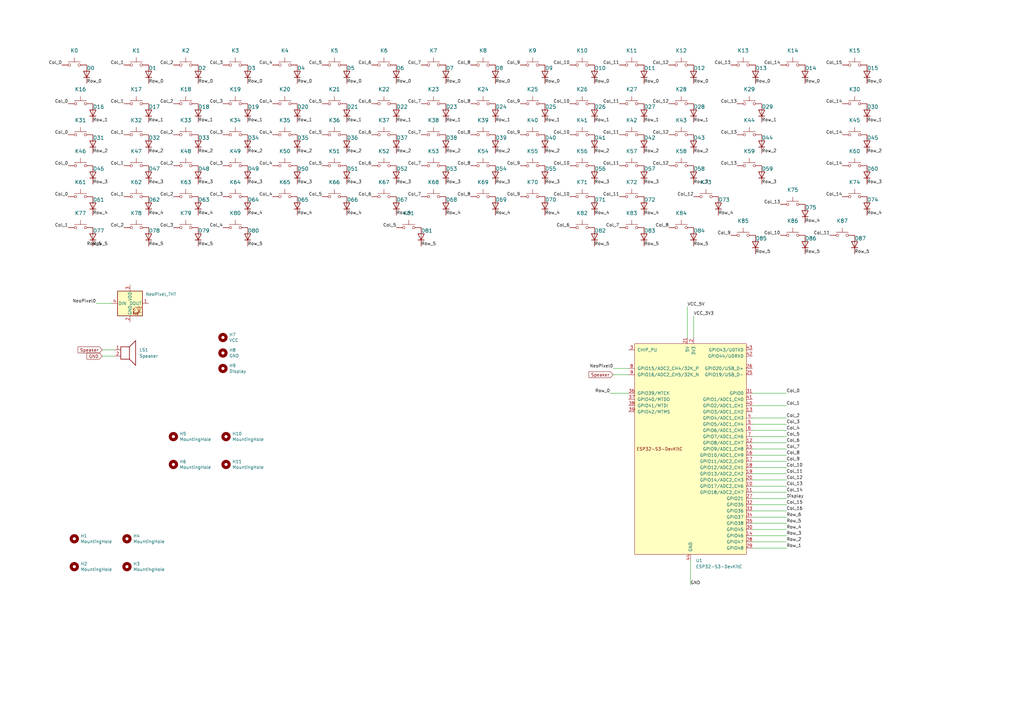
<source format=kicad_sch>
(kicad_sch (version 20231120) (generator "eeschema") (generator_version "8.0")
  (paper "A3")
  (title_block (date "2024-09-30 20:59") (comment 1 "Author: ") (comment 2 "Generated by klepcbgen.py v0.1"))
  (wire (pts (xy 308.61 204.47) (xy 322.58 204.47)))
  (wire (pts (xy 322.58 209.55) (xy 308.61 209.55)))
  (wire (pts (xy 308.61 224.79) (xy 322.58 224.79)))
  (wire (pts (xy 41.91 146.05) (xy 46.99 146.05)))
  (wire (pts (xy 39.37 124.46) (xy 45.72 124.46)))
  (wire (pts (xy 281.94 125.73) (xy 281.94 138.43)))
  (wire (pts (xy 41.91 143.51) (xy 46.99 143.51)))
  (wire (pts (xy 308.61 199.39) (xy 322.58 199.39)))
  (wire (pts (xy 308.61 207.01) (xy 322.58 207.01)))
  (wire (pts (xy 308.61 212.09) (xy 322.58 212.09)))
  (wire (pts (xy 308.61 214.63) (xy 322.58 214.63)))
  (wire (pts (xy 308.61 184.15) (xy 322.58 184.15)))
  (wire (pts (xy 251.46 153.67) (xy 257.81 153.67)))
  (wire (pts (xy 308.61 191.77) (xy 322.58 191.77)))
  (wire (pts (xy 284.48 129.54) (xy 284.48 138.43)))
  (wire (pts (xy 308.61 179.07) (xy 322.58 179.07)))
  (wire (pts (xy 251.46 151.13) (xy 257.81 151.13)))
  (wire (pts (xy 283.21 229.87) (xy 283.21 240.03)))
  (wire (pts (xy 308.61 166.37) (xy 322.58 166.37)))
  (wire (pts (xy 308.61 196.85) (xy 322.58 196.85)))
  (wire (pts (xy 308.61 201.93) (xy 322.58 201.93)))
  (wire (pts (xy 308.61 219.71) (xy 322.58 219.71)))
  (wire (pts (xy 308.61 194.31) (xy 322.58 194.31)))
  (wire (pts (xy 308.61 171.45) (xy 322.58 171.45)))
  (wire (pts (xy 308.61 176.53) (xy 322.58 176.53)))
  (wire (pts (xy 250.19 161.29) (xy 257.81 161.29)))
  (wire (pts (xy 308.61 189.23) (xy 322.58 189.23)))
  (wire (pts (xy 308.61 173.99) (xy 322.58 173.99)))
  (wire (pts (xy 308.61 161.29) (xy 322.58 161.29)))
  (wire (pts (xy 308.61 181.61) (xy 322.58 181.61)))
  (wire (pts (xy 308.61 186.69) (xy 322.58 186.69)))
  (wire (pts (xy 308.61 217.17) (xy 322.58 217.17)))
  (wire (pts (xy 308.61 222.25) (xy 322.58 222.25)))
  (label "Row_2" (at 162.56 62.865 0))
  (label "Row_1" (at 223.52 50.165 0))
  (label "Col_4" (at 322.58 176.53 0))
  (label "VCC_3V3" (at 284.48 129.54 0))
  (label "Col_15" (at 322.58 207.01 0))
  (label "Col_14" (at 320.04 26.67 180))
  (label "Row_5" (at 330.2 104.14 0))
  (label "Row_1" (at 312.42 50.165 0))
  (label "Col_4" (at 91.44 93.345 180))
  (label "Col_11" (at 322.58 194.31 0))
  (label "Row_3" (at 60.96 75.565 0))
  (label "Row_0" (at 81.28 34.29 0))
  (label "Col_11" (at 340.36 96.52 180))
  (label "Col_10" (at 320.04 96.52 180))
  (label "Col_7" (at 172.72 80.645 180))
  (label "Col_10" (at 233.68 55.245 180))
  (label "Row_5" (at 60.96 100.965 0))
  (label "Col_1" (at 50.8 42.545 180))
  (label "Col_1" (at 50.8 26.67 180))
  (label "Col_12" (at 274.32 42.545 180))
  (label "Col_4" (at 111.76 80.645 180))
  (label "Col_11" (at 254 42.545 180))
  (label "Col_2" (at 71.12 26.67 180))
  (label "Col_10" (at 233.68 42.545 180))
  (label "Col_6" (at 152.4 55.245 180))
  (label "Row_5" (at 243.84 100.965 0))
  (label "Col_8" (at 322.58 186.69 0))
  (label "Col_9" (at 213.36 55.245 180))
  (label "Row_4" (at 330.2 91.44 0))
  (label "Col_7" (at 322.58 184.15 0))
  (label "Col_5" (at 132.08 26.67 180))
  (label "Col_6" (at 152.4 42.545 180))
  (label "Row_2" (at 243.84 62.865 0))
  (label "Row_5" (at 101.6 100.965 0))
  (label "Row_3" (at 312.42 75.565 0))
  (label "Row_5" (at 38.1 100.965 0))
  (label "Row_0" (at 142.24 34.29 0))
  (label "Col_0" (at 27.94 67.945 180))
  (label "Row_0" (at 203.2 34.29 0))
  (label "Col_9" (at 213.36 42.545 180))
  (label "Col_4" (at 111.76 67.945 180))
  (label "Row_3" (at 243.84 75.565 0))
  (label "Row_4" (at 101.6 88.265 0))
  (label "Col_12" (at 274.32 67.945 180))
  (label "Row_3" (at 203.2 75.565 0))
  (label "Row_3" (at 38.1 75.565 0))
  (label "Col_6" (at 152.4 26.67 180))
  (label "Row_3" (at 101.6 75.565 0))
  (label "Col_10" (at 322.58 191.77 0))
  (label "Row_1" (at 101.6 50.165 0))
  (label "Col_1" (at 50.8 80.645 180))
  (label "Col_2" (at 71.12 80.645 180))
  (label "Row_2" (at 355.6 62.865 0))
  (label "Row_3" (at 223.52 75.565 0))
  (label "Row_0" (at 309.88 34.29 0))
  (label "Col_7" (at 254 93.345 180))
  (label "Col_6" (at 233.68 93.345 180))
  (label "Row_1" (at 322.58 224.79 0))
  (label "Row_3" (at 81.28 75.565 0))
  (label "Row_0" (at 223.52 34.29 0))
  (label "Col_4" (at 111.76 26.67 180))
  (label "Row_2" (at 312.42 62.865 0))
  (label "Col_16" (at 322.58 209.55 0))
  (label "Row_3" (at 182.88 75.565 0))
  (label "Col_0" (at 27.94 55.245 180))
  (label "Col_14" (at 322.58 201.93 0))
  (label "Row_2" (at 284.48 62.865 0))
  (label "Col_4" (at 111.76 42.545 180))
  (label "Col_10" (at 233.68 80.645 180))
  (label "Row_5" (at 35.56 100.965 0))
  (label "Col_11" (at 254 67.945 180))
  (label "Row_4" (at 60.96 88.265 0))
  (label "Col_12" (at 274.32 55.245 180))
  (label "GND" (at 283.21 240.03 0))
  (label "Row_0" (at 250.19 161.29 180))
  (label "Row_2" (at 60.96 62.865 0))
  (label "Row_1" (at 243.84 50.165 0))
  (label "Col_3" (at 71.12 93.345 180))
  (label "Col_8" (at 193.04 80.645 180))
  (label "Row_4" (at 223.52 88.265 0))
  (label "Row_0" (at 355.6 34.29 0))
  (label "Col_7" (at 172.72 55.245 180))
  (label "Col_6" (at 322.58 181.61 0))
  (label "Col_8" (at 193.04 42.545 180))
  (label "Row_3" (at 121.92 75.565 0))
  (label "Col_8" (at 193.04 26.67 180))
  (label "Row_3" (at 355.6 75.565 0))
  (label "Row_4" (at 355.6 88.265 0))
  (label "Row_1" (at 142.24 50.165 0))
  (label "Row_4" (at 121.92 88.265 0))
  (label "Row_1" (at 182.88 50.165 0))
  (label "Row_4" (at 81.28 88.265 0))
  (label "Col_13" (at 322.58 199.39 0))
  (label "Col_8" (at 193.04 67.945 180))
  (label "Col_13" (at 302.26 55.245 180))
  (label "Col_3" (at 91.44 80.645 180))
  (label "Row_1" (at 121.92 50.165 0))
  (label "Col_14" (at 345.44 80.645 180))
  (label "Row_2" (at 142.24 62.865 0))
  (label "Col_2" (at 322.58 171.45 0))
  (label "Col_5" (at 162.56 93.345 180))
  (label "Col_14" (at 345.44 55.245 180))
  (label "Col_0" (at 27.94 42.545 180))
  (label "Col_1" (at 50.8 67.945 180))
  (label "Row_5" (at 322.58 214.63 0))
  (label "Row_4" (at 182.88 88.265 0))
  (label "Row_5" (at 81.28 100.965 0))
  (label "Row_1" (at 355.6 50.165 0))
  (label "Col_9" (at 299.72 96.52 180))
  (label "NeoPixel0" (at 39.37 124.46 180))
  (label "Col_3" (at 322.58 173.99 0))
  (label "Row_0" (at 60.96 34.29 0))
  (label "Col_5" (at 132.08 42.545 180))
  (label "Col_4" (at 111.76 55.245 180))
  (label "Row_0" (at 162.56 34.29 0))
  (label "Row_1" (at 203.2 50.165 0))
  (label "Col_3" (at 91.44 42.545 180))
  (label "Col_10" (at 233.68 67.945 180))
  (label "Row_4" (at 243.84 88.265 0))
  (label "Row_0" (at 330.2 34.29 0))
  (label "Col_9" (at 213.36 67.945 180))
  (label "Col_13" (at 302.26 67.945 180))
  (label "Col_6" (at 152.4 80.645 180))
  (label "Col_8" (at 274.32 93.345 180))
  (label "Col_13" (at 299.72 26.67 180))
  (label "Row_0" (at 35.56 34.29 0))
  (label "Col_5" (at 132.08 55.245 180))
  (label "Col_14" (at 345.44 67.945 180))
  (label "Row_2" (at 38.1 62.865 0))
  (label "Col_2" (at 71.12 55.245 180))
  (label "Row_6" (at 322.58 212.09 0))
  (label "Col_2" (at 50.8 93.345 180))
  (label "Col_11" (at 254 26.67 180))
  (label "Col_0" (at 25.4 26.67 180))
  (label "Col_0" (at 322.58 161.29 0))
  (label "Row_1" (at 60.96 50.165 0))
  (label "Col_11" (at 254 55.245 180))
  (label "Col_2" (at 71.12 42.545 180))
  (label "Row_2" (at 264.16 62.865 0))
  (label "Row_4" (at 294.64 88.265 0))
  (label "Row_3" (at 162.56 75.565 0))
  (label "Row_1" (at 264.16 50.165 0))
  (label "Col_3" (at 91.44 67.945 180))
  (label "Col_13" (at 302.26 42.545 180))
  (label "Row_2" (at 223.52 62.865 0))
  (label "Col_0" (at 27.94 80.645 180))
  (label "Row_4" (at 264.16 88.265 0))
  (label "Col_5" (at 132.08 80.645 180))
  (label "VCC_5V" (at 281.94 125.73 0))
  (label "Row_0" (at 101.6 34.29 0))
  (label "Row_1" (at 38.1 50.165 0))
  (label "Row_0" (at 264.16 34.29 0))
  (label "Row_2" (at 101.6 62.865 0))
  (label "Row_1" (at 162.56 50.165 0))
  (label "Row_4" (at 38.1 88.265 0))
  (label "Row_5" (at 172.72 100.965 0))
  (label "Row_3" (at 142.24 75.565 0))
  (label "Col_3" (at 91.44 55.245 180))
  (label "Col_9" (at 213.36 26.67 180))
  (label "Col_12" (at 284.48 80.645 180))
  (label "Row_1" (at 81.28 50.165 0))
  (label "Row_0" (at 284.48 34.29 0))
  (label "Row_3" (at 322.58 219.71 0))
  (label "Col_1" (at 322.58 166.37 0))
  (label "Col_10" (at 233.68 26.67 180))
  (label "Row_4" (at 203.2 88.265 0))
  (label "Col_8" (at 193.04 55.245 180))
  (label "Col_1" (at 50.8 55.245 180))
  (label "Row_4" (at 322.58 217.17 0))
  (label "Row_3" (at 264.16 75.565 0))
  (label "Col_1" (at 27.94 93.345 180))
  (label "Col_12" (at 322.58 196.85 0))
  (label "Col_15" (at 345.44 26.67 180))
  (label "Row_2" (at 81.28 62.865 0))
  (label "Row_5" (at 284.48 100.965 0))
  (label "Col_14" (at 345.44 42.545 180))
  (label "Row_2" (at 121.92 62.865 0))
  (label "Col_2" (at 71.12 67.945 180))
  (label "Row_1" (at 284.48 50.165 0))
  (label "Col_7" (at 172.72 42.545 180))
  (label "Col_9" (at 213.36 80.645 180))
  (label "Col_9" (at 322.58 189.23 0))
  (label "Col_7" (at 172.72 26.67 180))
  (label "NeoPixel0" (at 251.46 151.13 180))
  (label "Row_2" (at 203.2 62.865 0))
  (label "Row_0" (at 121.92 34.29 0))
  (label "Row_5" (at 309.88 104.14 0))
  (label "Row_3" (at 284.48 75.565 0))
  (label "Col_13" (at 320.04 83.82 180))
  (label "Row_2" (at 182.88 62.865 0))
  (label "Row_5" (at 350.52 104.14 0))
  (label "Col_5" (at 132.08 67.945 180))
  (label "Col_6" (at 152.4 67.945 180))
  (label "Col_12" (at 274.32 26.67 180))
  (label "Display" (at 322.58 204.47 0))
  (label "Col_7" (at 172.72 67.945 180))
  (label "Row_4" (at 162.56 88.265 0))
  (label "Col_3" (at 91.44 26.67 180))
  (label "Row_0" (at 243.84 34.29 0))
  (label "Row_2" (at 322.58 222.25 0))
  (label "Row_4" (at 142.24 88.265 0))
  (label "Row_0" (at 182.88 34.29 0))
  (label "Col_11" (at 254 80.645 180))
  (label "Col_5" (at 322.58 179.07 0))
  (label "Row_5" (at 264.16 100.965 0))
  (global_label "Speaker" (shape input) (at 251.46 153.67 180) (property "Intersheetrefs" "${INTERSHEET_REFS}" (effects (hide yes))))
  (global_label "GND" (shape input) (at 41.91 146.05 180) (property "Intersheetrefs" "${INTERSHEET_REFS}" (effects (hide yes))))
  (global_label "Speaker" (shape input) (at 41.91 143.51 180) (property "Intersheetrefs" "${INTERSHEET_REFS}" (effects (hide yes))))
  (symbol (lib_id "Mechanical:MountingHole") (at 30.48 232.41 0) (unit 1)
    (property "Reference" "H2" (at 33.02 231.2416 0) (effects (justify left)))
    (property "Value" "MountingHole" (at 33.02 233.553 0) (effects (justify left)))
    (property "Footprint" "MountingHole:MountingHole_3.2mm_M3_DIN965" (effects (hide yes)))
  )
  (symbol (lib_id "Mechanical:MountingHole") (at 30.48 220.98 0) (unit 1)
    (property "Reference" "H1" (at 33.02 219.8116 0) (effects (justify left)))
    (property "Value" "MountingHole" (at 33.02 222.123 0) (effects (justify left)))
    (property "Footprint" "MountingHole:MountingHole_3.2mm_M3_DIN965" (effects (hide yes)))
  )
  (symbol (lib_id "Mechanical:MountingHole") (at 52.07 220.98 0) (unit 1)
    (property "Reference" "H4" (at 54.61 219.8116 0) (effects (justify left)))
    (property "Value" "MountingHole" (at 54.61 222.123 0) (effects (justify left)))
    (property "Footprint" "MountingHole:MountingHole_3.2mm_M3_DIN965" (effects (hide yes)))
  )
  (symbol (lib_id "Mechanical:MountingHole") (at 52.07 232.41 0) (unit 1)
    (property "Reference" "H3" (at 54.61 231.2416 0) (effects (justify left)))
    (property "Value" "MountingHole" (at 54.61 233.553 0) (effects (justify left)))
    (property "Footprint" "MountingHole:MountingHole_3.2mm_M3_DIN965" (effects (hide yes)))
  )
  (symbol (lib_id "Device:D") (at 121.92 71.755 90) (unit 1)
    (property "Reference" "D50" (at 121.92 69.215 90) (effects (font (size 1.524 1.524)) (justify right)))
    (property "Value" "D" (effects (hide yes)))
    (property "Footprint" "Diode_SMD:D_0805_2012Metric_Pad1.15x1.40mm_HandSolder" (effects (hide yes)))
  )
  (symbol (lib_id "Device:D") (at 182.88 46.355 90) (unit 1)
    (property "Reference" "D23" (at 182.88 43.815 90) (effects (font (size 1.524 1.524)) (justify right)))
    (property "Value" "D" (effects (hide yes)))
    (property "Footprint" "Diode_SMD:D_0805_2012Metric_Pad1.15x1.40mm_HandSolder" (effects (hide yes)))
  )
  (symbol (lib_id "Mechanical:MountingHole") (at 92.71 190.5 0) (unit 1)
    (property "Reference" "H11" (at 95.25 189.3316 0) (effects (justify left)))
    (property "Value" "MountingHole" (at 95.25 191.643 0) (effects (justify left)))
    (property "Footprint" "MountingHole:MountingHole_3.2mm_M3_DIN965" (effects (hide yes)))
  )
  (symbol (lib_id "Device:D") (at 101.6 84.455 90) (unit 1)
    (property "Reference" "D64" (at 101.6 81.915 90) (effects (font (size 1.524 1.524)) (justify right)))
    (property "Value" "D" (effects (hide yes)))
    (property "Footprint" "Diode_SMD:D_0805_2012Metric_Pad1.15x1.40mm_HandSolder" (effects (hide yes)))
  )
  (symbol (lib_id "Switch:SW_Push") (at 325.12 26.67 0) (unit 1)
    (property "Reference" "K14" (at 325.12 20.7518 0) (effects (font (size 1.524 1.524))))
    (property "Value" "INS" (effects (hide yes)))
    (property "Footprint" "Button_Switch_Keyboard:SW_Cherry_MX_1.00u_PCB" (effects (hide yes)))
  )
  (symbol (lib_id "Switch:SW_Push") (at 33.02 67.945 0) (unit 1)
    (property "Reference" "K46" (at 33.02 62.0268 0) (effects (font (size 1.524 1.524))))
    (property "Value" "CAPS" (effects (hide yes)))
    (property "Footprint" "Button_Switch_Keyboard:SW_Cherry_MX_1.25u_PCB" (effects (hide yes)))
  )
  (symbol (lib_id "Mechanical:MountingHole") (at 91.44 144.78 0) (unit 1)
    (property "Reference" "H8" (at 93.98 143.6116 0) (effects (justify left)))
    (property "Value" "GND" (at 93.98 145.923 0) (effects (justify left)))
    (property "Footprint" "MountingHole:MountingHole_3.2mm_M3_DIN965" (effects (hide yes)))
  )
  (symbol (lib_id "Device:D") (at 355.6 46.355 90) (unit 1)
    (property "Reference" "D30" (at 355.6 43.815 90) (effects (font (size 1.524 1.524)) (justify right)))
    (property "Value" "D" (effects (hide yes)))
    (property "Footprint" "Diode_SMD:D_0805_2012Metric_Pad1.15x1.40mm_HandSolder" (effects (hide yes)))
  )
  (symbol (lib_id "Device:D") (at 81.28 30.48 90) (unit 1)
    (property "Reference" "D2" (at 81.28 27.94 90) (effects (font (size 1.524 1.524)) (justify right)))
    (property "Value" "D" (effects (hide yes)))
    (property "Footprint" "Diode_SMD:D_0805_2012Metric_Pad1.15x1.40mm_HandSolder" (effects (hide yes)))
  )
  (symbol (lib_id "Device:D") (at 243.84 97.155 90) (unit 1)
    (property "Reference" "D82" (at 243.84 94.615 90) (effects (font (size 1.524 1.524)) (justify right)))
    (property "Value" "D" (effects (hide yes)))
    (property "Footprint" "Diode_SMD:D_0805_2012Metric_Pad1.15x1.40mm_HandSolder" (effects (hide yes)))
  )
  (symbol (lib_id "Device:D") (at 243.84 84.455 90) (unit 1)
    (property "Reference" "D71" (at 243.84 81.915 90) (effects (font (size 1.524 1.524)) (justify right)))
    (property "Value" "D" (effects (hide yes)))
    (property "Footprint" "Diode_SMD:D_0805_2012Metric_Pad1.15x1.40mm_HandSolder" (effects (hide yes)))
  )
  (symbol (lib_id "Switch:SW_Push") (at 33.02 42.545 0) (unit 1)
    (property "Reference" "K16" (at 33.02 36.6268 0) (effects (font (size 1.524 1.524))))
    (property "Value" "|,\\" (effects (hide yes)))
    (property "Footprint" "Button_Switch_Keyboard:SW_Cherry_MX_1.25u_PCB" (effects (hide yes)))
  )
  (symbol (lib_id "Device:D") (at 162.56 46.355 90) (unit 1)
    (property "Reference" "D22" (at 162.56 43.815 90) (effects (font (size 1.524 1.524)) (justify right)))
    (property "Value" "D" (effects (hide yes)))
    (property "Footprint" "Diode_SMD:D_0805_2012Metric_Pad1.15x1.40mm_HandSolder" (effects (hide yes)))
  )
  (symbol (lib_id "Switch:SW_Push") (at 76.2 67.945 0) (unit 1)
    (property "Reference" "K48" (at 76.2 62.0268 0) (effects (font (size 1.524 1.524))))
    (property "Value" "S" (effects (hide yes)))
    (property "Footprint" "Button_Switch_Keyboard:SW_Cherry_MX_1.00u_PCB" (effects (hide yes)))
  )
  (symbol (lib_id "Device:D") (at 264.16 71.755 90) (unit 1)
    (property "Reference" "D57" (at 264.16 69.215 90) (effects (font (size 1.524 1.524)) (justify right)))
    (property "Value" "D" (effects (hide yes)))
    (property "Footprint" "Diode_SMD:D_0805_2012Metric_Pad1.15x1.40mm_HandSolder" (effects (hide yes)))
  )
  (symbol (lib_id "Switch:SW_Push") (at 350.52 55.245 0) (unit 1)
    (property "Reference" "K45" (at 350.52 49.3268 0) (effects (font (size 1.524 1.524))))
    (property "Value" "END" (effects (hide yes)))
    (property "Footprint" "Button_Switch_Keyboard:SW_Cherry_MX_1.00u_PCB" (effects (hide yes)))
  )
  (symbol (lib_id "Switch:SW_Push") (at 198.12 80.645 0) (unit 1)
    (property "Reference" "K69" (at 198.12 74.7268 0) (effects (font (size 1.524 1.524))))
    (property "Value" "M" (effects (hide yes)))
    (property "Footprint" "Button_Switch_Keyboard:SW_Cherry_MX_1.00u_PCB" (effects (hide yes)))
  )
  (symbol (lib_id "Switch:SW_Push") (at 307.34 67.945 0) (unit 1)
    (property "Reference" "K59" (at 307.34 62.0268 0) (effects (font (size 1.524 1.524))))
    (property "Value" "ENTER" (effects (hide yes)))
    (property "Footprint" "Button_Switch_Keyboard:SW_Cherry_MX_1.75u_PCB" (effects (hide yes)))
  )
  (symbol (lib_id "Switch:SW_Push") (at 167.64 93.345 0) (unit 1)
    (property "Reference" "K81" (at 167.64 87.4268 0) (effects (font (size 1.524 1.524))))
    (property "Value" "Blank" (effects (hide yes)))
    (property "Footprint" "Button_Switch_Keyboard:SW_Cherry_MX_2.75u_PCB" (effects (hide yes)))
  )
  (symbol (lib_id "Switch:SW_Push") (at 116.84 67.945 0) (unit 1)
    (property "Reference" "K50" (at 116.84 62.0268 0) (effects (font (size 1.524 1.524))))
    (property "Value" "F" (effects (hide yes)))
    (property "Footprint" "Button_Switch_Keyboard:SW_Cherry_MX_1.00u_PCB" (effects (hide yes)))
  )
  (symbol (lib_id "Device:D") (at 142.24 84.455 90) (unit 1)
    (property "Reference" "D66" (at 142.24 81.915 90) (effects (font (size 1.524 1.524)) (justify right)))
    (property "Value" "D" (effects (hide yes)))
    (property "Footprint" "Diode_SMD:D_0805_2012Metric_Pad1.15x1.40mm_HandSolder" (effects (hide yes)))
  )
  (symbol (lib_id "Mechanical:MountingHole") (at 71.12 190.5 0) (unit 1)
    (property "Reference" "H6" (at 73.66 189.3316 0) (effects (justify left)))
    (property "Value" "MountingHole" (at 73.66 191.643 0) (effects (justify left)))
    (property "Footprint" "MountingHole:MountingHole_3.2mm_M3_DIN965" (effects (hide yes)))
  )
  (symbol (lib_id "Device:D") (at 101.6 97.155 90) (unit 1)
    (property "Reference" "D80" (at 101.6 94.615 90) (effects (font (size 1.524 1.524)) (justify right)))
    (property "Value" "D" (effects (hide yes)))
    (property "Footprint" "Diode_SMD:D_0805_2012Metric_Pad1.15x1.40mm_HandSolder" (effects (hide yes)))
  )
  (symbol (lib_id "Switch:SW_Push") (at 33.02 55.245 0) (unit 1)
    (property "Reference" "K31" (at 33.02 49.3268 0) (effects (font (size 1.524 1.524))))
    (property "Value" "TAB" (effects (hide yes)))
    (property "Footprint" "Button_Switch_Keyboard:SW_Cherry_MX_1.25u_PCB" (effects (hide yes)))
  )
  (symbol (lib_id "Device:D") (at 330.2 87.63 90) (unit 1)
    (property "Reference" "D75" (at 330.2 85.09 90) (effects (font (size 1.524 1.524)) (justify right)))
    (property "Value" "D" (effects (hide yes)))
    (property "Footprint" "Diode_SMD:D_0805_2012Metric_Pad1.15x1.40mm_HandSolder" (effects (hide yes)))
  )
  (symbol (lib_id "Device:D") (at 35.56 30.48 90) (unit 1)
    (property "Reference" "D0" (at 35.56 27.94 90) (effects (font (size 1.524 1.524)) (justify right)))
    (property "Value" "D" (effects (hide yes)))
    (property "Footprint" "Diode_SMD:D_0805_2012Metric_Pad1.15x1.40mm_HandSolder" (effects (hide yes)))
  )
  (symbol (lib_id "Device:D") (at 38.1 97.155 90) (unit 1)
    (property "Reference" "D77" (at 38.1 94.615 90) (effects (font (size 1.524 1.524)) (justify right)))
    (property "Value" "D" (effects (hide yes)))
    (property "Footprint" "Diode_SMD:D_0805_2012Metric_Pad1.15x1.40mm_HandSolder" (effects (hide yes)))
  )
  (symbol (lib_id "Device:D") (at 355.6 84.455 90) (unit 1)
    (property "Reference" "D74" (at 355.6 81.915 90) (effects (font (size 1.524 1.524)) (justify right)))
    (property "Value" "D" (effects (hide yes)))
    (property "Footprint" "Diode_SMD:D_0805_2012Metric_Pad1.15x1.40mm_HandSolder" (effects (hide yes)))
  )
  (symbol (lib_id "Switch:SW_Push") (at 307.34 55.245 0) (unit 1)
    (property "Reference" "K44" (at 307.34 49.3268 0) (effects (font (size 1.524 1.524))))
    (property "Value" "Blank" (effects (hide yes)))
    (property "Footprint" "Button_Switch_Keyboard:SW_Cherry_MX_1.75u_PCB" (effects (hide yes)))
  )
  (symbol (lib_id "Device:D") (at 264.16 97.155 90) (unit 1)
    (property "Reference" "D83" (at 264.16 94.615 90) (effects (font (size 1.524 1.524)) (justify right)))
    (property "Value" "D" (effects (hide yes)))
    (property "Footprint" "Diode_SMD:D_0805_2012Metric_Pad1.15x1.40mm_HandSolder" (effects (hide yes)))
  )
  (symbol (lib_id "Switch:SW_Push") (at 177.8 26.67 0) (unit 1)
    (property "Reference" "K7" (at 177.8 20.7518 0) (effects (font (size 1.524 1.524))))
    (property "Value" "F7" (effects (hide yes)))
    (property "Footprint" "Button_Switch_Keyboard:SW_Cherry_MX_1.00u_PCB" (effects (hide yes)))
  )
  (symbol (lib_id "Device:D") (at 60.96 46.355 90) (unit 1)
    (property "Reference" "D17" (at 60.96 43.815 90) (effects (font (size 1.524 1.524)) (justify right)))
    (property "Value" "D" (effects (hide yes)))
    (property "Footprint" "Diode_SMD:D_0805_2012Metric_Pad1.15x1.40mm_HandSolder" (effects (hide yes)))
  )
  (symbol (lib_id "Switch:SW_Push") (at 304.8 26.67 0) (unit 1)
    (property "Reference" "K13" (at 304.8 20.7518 0) (effects (font (size 1.524 1.524))))
    (property "Value" "PRT" (effects (hide yes)))
    (property "Footprint" "Button_Switch_Keyboard:SW_Cherry_MX_1.00u_PCB" (effects (hide yes)))
  )
  (symbol (lib_id "Device:D") (at 38.1 59.055 90) (unit 1)
    (property "Reference" "D31" (at 38.1 56.515 90) (effects (font (size 1.524 1.524)) (justify right)))
    (property "Value" "D" (effects (hide yes)))
    (property "Footprint" "Diode_SMD:D_0805_2012Metric_Pad1.15x1.40mm_HandSolder" (effects (hide yes)))
  )
  (symbol (lib_id "Device:D") (at 355.6 71.755 90) (unit 1)
    (property "Reference" "D60" (at 355.6 69.215 90) (effects (font (size 1.524 1.524)) (justify right)))
    (property "Value" "D" (effects (hide yes)))
    (property "Footprint" "Diode_SMD:D_0805_2012Metric_Pad1.15x1.40mm_HandSolder" (effects (hide yes)))
  )
  (symbol (lib_id "Switch:SW_Push") (at 198.12 55.245 0) (unit 1)
    (property "Reference" "K39" (at 198.12 49.3268 0) (effects (font (size 1.524 1.524))))
    (property "Value" "I" (effects (hide yes)))
    (property "Footprint" "Button_Switch_Keyboard:SW_Cherry_MX_1.00u_PCB" (effects (hide yes)))
  )
  (symbol (lib_id "Switch:SW_Push") (at 350.52 42.545 0) (unit 1)
    (property "Reference" "K30" (at 350.52 36.6268 0) (effects (font (size 1.524 1.524))))
    (property "Value" "HOME" (effects (hide yes)))
    (property "Footprint" "Button_Switch_Keyboard:SW_Cherry_MX_1.00u_PCB" (effects (hide yes)))
  )
  (symbol (lib_id "Device:D") (at 81.28 71.755 90) (unit 1)
    (property "Reference" "D48" (at 81.28 69.215 90) (effects (font (size 1.524 1.524)) (justify right)))
    (property "Value" "D" (effects (hide yes)))
    (property "Footprint" "Diode_SMD:D_0805_2012Metric_Pad1.15x1.40mm_HandSolder" (effects (hide yes)))
  )
  (symbol (lib_id "Switch:SW_Push") (at 96.52 26.67 0) (unit 1)
    (property "Reference" "K3" (at 96.52 20.7518 0) (effects (font (size 1.524 1.524))))
    (property "Value" "F3" (effects (hide yes)))
    (property "Footprint" "Button_Switch_Keyboard:SW_Cherry_MX_1.00u_PCB" (effects (hide yes)))
  )
  (symbol (lib_id "Device:D") (at 243.84 46.355 90) (unit 1)
    (property "Reference" "D26" (at 243.84 43.815 90) (effects (font (size 1.524 1.524)) (justify right)))
    (property "Value" "D" (effects (hide yes)))
    (property "Footprint" "Diode_SMD:D_0805_2012Metric_Pad1.15x1.40mm_HandSolder" (effects (hide yes)))
  )
  (symbol (lib_id "Switch:SW_Push") (at 289.56 80.645 0) (unit 1)
    (property "Reference" "K73" (at 289.56 74.7268 0) (effects (font (size 1.524 1.524))))
    (property "Value" "SHIFT" (effects (hide yes)))
    (property "Footprint" "Button_Switch_Keyboard:SW_Cherry_MX_2.00u_PCB" (effects (hide yes)))
  )
  (symbol (lib_id "Device:D") (at 142.24 59.055 90) (unit 1)
    (property "Reference" "D36" (at 142.24 56.515 90) (effects (font (size 1.524 1.524)) (justify right)))
    (property "Value" "D" (effects (hide yes)))
    (property "Footprint" "Diode_SMD:D_0805_2012Metric_Pad1.15x1.40mm_HandSolder" (effects (hide yes)))
  )
  (symbol (lib_id "Device:D") (at 142.24 30.48 90) (unit 1)
    (property "Reference" "D5" (at 142.24 27.94 90) (effects (font (size 1.524 1.524)) (justify right)))
    (property "Value" "D" (effects (hide yes)))
    (property "Footprint" "Diode_SMD:D_0805_2012Metric_Pad1.15x1.40mm_HandSolder" (effects (hide yes)))
  )
  (symbol (lib_id "Switch:SW_Push") (at 55.88 26.67 0) (unit 1)
    (property "Reference" "K1" (at 55.88 20.7518 0) (effects (font (size 1.524 1.524))))
    (property "Value" "F1" (effects (hide yes)))
    (property "Footprint" "Button_Switch_Keyboard:SW_Cherry_MX_1.00u_PCB" (effects (hide yes)))
  )
  (symbol (lib_id "Switch:SW_Push") (at 76.2 42.545 0) (unit 1)
    (property "Reference" "K18" (at 76.2 36.6268 0) (effects (font (size 1.524 1.524))))
    (property "Value" "\",@,,,,,,,,2" (effects (hide yes)))
    (property "Footprint" "Button_Switch_Keyboard:SW_Cherry_MX_1.00u_PCB" (effects (hide yes)))
  )
  (symbol (lib_id "Device:D") (at 223.52 59.055 90) (unit 1)
    (property "Reference" "D40" (at 223.52 56.515 90) (effects (font (size 1.524 1.524)) (justify right)))
    (property "Value" "D" (effects (hide yes)))
    (property "Footprint" "Diode_SMD:D_0805_2012Metric_Pad1.15x1.40mm_HandSolder" (effects (hide yes)))
  )
  (symbol (lib_id "Device:D") (at 203.2 46.355 90) (unit 1)
    (property "Reference" "D24" (at 203.2 43.815 90) (effects (font (size 1.524 1.524)) (justify right)))
    (property "Value" "D" (effects (hide yes)))
    (property "Footprint" "Diode_SMD:D_0805_2012Metric_Pad1.15x1.40mm_HandSolder" (effects (hide yes)))
  )
  (symbol (lib_id "Switch:SW_Push") (at 279.4 67.945 0) (unit 1)
    (property "Reference" "K58" (at 279.4 62.0268 0) (effects (font (size 1.524 1.524))))
    (property "Value" "^,~~" (effects (hide yes)))
    (property "Footprint" "Button_Switch_Keyboard:SW_Cherry_MX_1.00u_PCB" (effects (hide yes)))
  )
  (symbol (lib_id "Device:D") (at 60.96 59.055 90) (unit 1)
    (property "Reference" "D32" (at 60.96 56.515 90) (effects (font (size 1.524 1.524)) (justify right)))
    (property "Value" "D" (effects (hide yes)))
    (property "Footprint" "Diode_SMD:D_0805_2012Metric_Pad1.15x1.40mm_HandSolder" (effects (hide yes)))
  )
  (symbol (lib_id "Switch:SW_Push") (at 137.16 55.245 0) (unit 1)
    (property "Reference" "K36" (at 137.16 49.3268 0) (effects (font (size 1.524 1.524))))
    (property "Value" "T" (effects (hide yes)))
    (property "Footprint" "Button_Switch_Keyboard:SW_Cherry_MX_1.00u_PCB" (effects (hide yes)))
  )
  (symbol (lib_id "Switch:SW_Push") (at 76.2 93.345 0) (unit 1)
    (property "Reference" "K79" (at 76.2 87.4268 0) (effects (font (size 1.524 1.524))))
    (property "Value" "<i class='fa fa-circle'></i>" (effects (hide yes)))
    (property "Footprint" "Button_Switch_Keyboard:SW_Cherry_MX_1.00u_PCB" (effects (hide yes)))
  )
  (symbol (lib_id "Switch:SW_Push") (at 218.44 80.645 0) (unit 1)
    (property "Reference" "K70" (at 218.44 74.7268 0) (effects (font (size 1.524 1.524))))
    (property "Value" ";,," (effects (hide yes)))
    (property "Footprint" "Button_Switch_Keyboard:SW_Cherry_MX_1.00u_PCB" (effects (hide yes)))
  )
  (symbol (lib_id "Switch:SW_Push") (at 238.76 93.345 0) (unit 1)
    (property "Reference" "K82" (at 238.76 87.4268 0) (effects (font (size 1.524 1.524))))
    (property "Value" "ALT" (effects (hide yes)))
    (property "Footprint" "Button_Switch_Keyboard:SW_Cherry_MX_1.00u_PCB" (effects (hide yes)))
  )
  (symbol (lib_id "Device:D") (at 142.24 71.755 90) (unit 1)
    (property "Reference" "D51" (at 142.24 69.215 90) (effects (font (size 1.524 1.524)) (justify right)))
    (property "Value" "D" (effects (hide yes)))
    (property "Footprint" "Diode_SMD:D_0805_2012Metric_Pad1.15x1.40mm_HandSolder" (effects (hide yes)))
  )
  (symbol (lib_id "Switch:SW_Push") (at 96.52 55.245 0) (unit 1)
    (property "Reference" "K34" (at 96.52 49.3268 0) (effects (font (size 1.524 1.524))))
    (property "Value" "E" (effects (hide yes)))
    (property "Footprint" "Button_Switch_Keyboard:SW_Cherry_MX_1.00u_PCB" (effects (hide yes)))
  )
  (symbol (lib_id "Switch:SW_Push") (at 238.76 42.545 0) (unit 1)
    (property "Reference" "K26" (at 238.76 36.6268 0) (effects (font (size 1.524 1.524))))
    (property "Value" "=,},,,,,,,,0" (effects (hide yes)))
    (property "Footprint" "Button_Switch_Keyboard:SW_Cherry_MX_1.00u_PCB" (effects (hide yes)))
  )
  (symbol (lib_id "Device:D") (at 172.72 97.155 90) (unit 1)
    (property "Reference" "D81" (at 172.72 94.615 90) (effects (font (size 1.524 1.524)) (justify right)))
    (property "Value" "D" (effects (hide yes)))
    (property "Footprint" "Diode_SMD:D_0805_2012Metric_Pad1.15x1.40mm_HandSolder" (effects (hide yes)))
  )
  (symbol (lib_id "Device:D") (at 81.28 84.455 90) (unit 1)
    (property "Reference" "D63" (at 81.28 81.915 90) (effects (font (size 1.524 1.524)) (justify right)))
    (property "Value" "D" (effects (hide yes)))
    (property "Footprint" "Diode_SMD:D_0805_2012Metric_Pad1.15x1.40mm_HandSolder" (effects (hide yes)))
  )
  (symbol (lib_id "Device:D") (at 284.48 30.48 90) (unit 1)
    (property "Reference" "D12" (at 284.48 27.94 90) (effects (font (size 1.524 1.524)) (justify right)))
    (property "Value" "D" (effects (hide yes)))
    (property "Footprint" "Diode_SMD:D_0805_2012Metric_Pad1.15x1.40mm_HandSolder" (effects (hide yes)))
  )
  (symbol (lib_id "Device:D") (at 312.42 46.355 90) (unit 1)
    (property "Reference" "D29" (at 312.42 43.815 90) (effects (font (size 1.524 1.524)) (justify right)))
    (property "Value" "D" (effects (hide yes)))
    (property "Footprint" "Diode_SMD:D_0805_2012Metric_Pad1.15x1.40mm_HandSolder" (effects (hide yes)))
  )
  (symbol (lib_id "Switch:SW_Push") (at 218.44 55.245 0) (unit 1)
    (property "Reference" "K40" (at 218.44 49.3268 0) (effects (font (size 1.524 1.524))))
    (property "Value" "O" (effects (hide yes)))
    (property "Footprint" "Button_Switch_Keyboard:SW_Cherry_MX_1.00u_PCB" (effects (hide yes)))
  )
  (symbol (lib_id "Switch:SW_Push") (at 55.88 80.645 0) (unit 1)
    (property "Reference" "K62" (at 55.88 74.7268 0) (effects (font (size 1.524 1.524))))
    (property "Value" ">,,,,,,,,,<" (effects (hide yes)))
    (property "Footprint" "Button_Switch_Keyboard:SW_Cherry_MX_1.00u_PCB" (effects (hide yes)))
  )
  (symbol (lib_id "Switch:SW_Push") (at 96.52 80.645 0) (unit 1)
    (property "Reference" "K64" (at 96.52 74.7268 0) (effects (font (size 1.524 1.524))))
    (property "Value" "X" (effects (hide yes)))
    (property "Footprint" "Button_Switch_Keyboard:SW_Cherry_MX_1.00u_PCB" (effects (hide yes)))
  )
  (symbol (lib_id "Switch:SW_Push") (at 307.34 42.545 0) (unit 1)
    (property "Reference" "K29" (at 307.34 36.6268 0) (effects (font (size 1.524 1.524))))
    (property "Value" "BACKSPACE" (effects (hide yes)))
    (property "Footprint" "Button_Switch_Keyboard:SW_Cherry_MX_1.75u_PCB" (effects (hide yes)))
  )
  (symbol (lib_id "Switch:SW_Push") (at 350.52 67.945 0) (unit 1)
    (property "Reference" "K60" (at 350.52 62.0268 0) (effects (font (size 1.524 1.524))))
    (property "Value" "PGUP" (effects (hide yes)))
    (property "Footprint" "Button_Switch_Keyboard:SW_Cherry_MX_1.00u_PCB" (effects (hide yes)))
  )
  (symbol (lib_id "Mechanical:MountingHole") (at 91.44 151.13 0) (unit 1)
    (property "Reference" "H9" (at 93.98 149.9616 0) (effects (justify left)))
    (property "Value" "Display" (at 93.98 152.273 0) (effects (justify left)))
    (property "Footprint" "MountingHole:MountingHole_3.2mm_M3_DIN965" (effects (hide yes)))
  )
  (symbol (lib_id "Device:D") (at 309.88 100.33 90) (unit 1)
    (property "Reference" "D85" (at 309.88 97.79 90) (effects (font (size 1.524 1.524)) (justify right)))
    (property "Value" "D" (effects (hide yes)))
    (property "Footprint" "Diode_SMD:D_0805_2012Metric_Pad1.15x1.40mm_HandSolder" (effects (hide yes)))
  )
  (symbol (lib_id "Device:D") (at 162.56 30.48 90) (unit 1)
    (property "Reference" "D6" (at 162.56 27.94 90) (effects (font (size 1.524 1.524)) (justify right)))
    (property "Value" "D" (effects (hide yes)))
    (property "Footprint" "Diode_SMD:D_0805_2012Metric_Pad1.15x1.40mm_HandSolder" (effects (hide yes)))
  )
  (symbol (lib_id "Switch:SW_Push") (at 325.12 96.52 0) (unit 1)
    (property "Reference" "K86" (at 325.12 90.6018 0) (effects (font (size 1.524 1.524))))
    (property "Value" "∨" (effects (hide yes)))
    (property "Footprint" "Button_Switch_Keyboard:SW_Cherry_MX_1.00u_PCB" (effects (hide yes)))
  )
  (symbol (lib_id "Device:D") (at 121.92 59.055 90) (unit 1)
    (property "Reference" "D35" (at 121.92 56.515 90) (effects (font (size 1.524 1.524)) (justify right)))
    (property "Value" "D" (effects (hide yes)))
    (property "Footprint" "Diode_SMD:D_0805_2012Metric_Pad1.15x1.40mm_HandSolder" (effects (hide yes)))
  )
  (symbol (lib_id "Switch:SW_Push") (at 157.48 67.945 0) (unit 1)
    (property "Reference" "K52" (at 157.48 62.0268 0) (effects (font (size 1.524 1.524))))
    (property "Value" "H" (effects (hide yes)))
    (property "Footprint" "Button_Switch_Keyboard:SW_Cherry_MX_1.00u_PCB" (effects (hide yes)))
  )
  (symbol (lib_id "Device:D") (at 350.52 100.33 90) (unit 1)
    (property "Reference" "D87" (at 350.52 97.79 90) (effects (font (size 1.524 1.524)) (justify right)))
    (property "Value" "D" (effects (hide yes)))
    (property "Footprint" "Diode_SMD:D_0805_2012Metric_Pad1.15x1.40mm_HandSolder" (effects (hide yes)))
  )
  (symbol (lib_id "Switch:SW_Push") (at 279.4 55.245 0) (unit 1)
    (property "Reference" "K43" (at 279.4 49.3268 0) (effects (font (size 1.524 1.524))))
    (property "Value" "`,´" (effects (hide yes)))
    (property "Footprint" "Button_Switch_Keyboard:SW_Cherry_MX_1.00u_PCB" (effects (hide yes)))
  )
  (symbol (lib_id "Switch:SW_Push") (at 218.44 67.945 0) (unit 1)
    (property "Reference" "K55" (at 218.44 62.0268 0) (effects (font (size 1.524 1.524))))
    (property "Value" "L" (effects (hide yes)))
    (property "Footprint" "Button_Switch_Keyboard:SW_Cherry_MX_1.00u_PCB" (effects (hide yes)))
  )
  (symbol (lib_id "Switch:SW_Push") (at 76.2 80.645 0) (unit 1)
    (property "Reference" "K63" (at 76.2 74.7268 0) (effects (font (size 1.524 1.524))))
    (property "Value" "Z" (effects (hide yes)))
    (property "Footprint" "Button_Switch_Keyboard:SW_Cherry_MX_1.00u_PCB" (effects (hide yes)))
  )
  (symbol (lib_id "Device:D") (at 121.92 30.48 90) (unit 1)
    (property "Reference" "D4" (at 121.92 27.94 90) (effects (font (size 1.524 1.524)) (justify right)))
    (property "Value" "D" (effects (hide yes)))
    (property "Footprint" "Diode_SMD:D_0805_2012Metric_Pad1.15x1.40mm_HandSolder" (effects (hide yes)))
  )
  (symbol (lib_id "Switch:SW_Push") (at 198.12 42.545 0) (unit 1)
    (property "Reference" "K24" (at 198.12 36.6268 0) (effects (font (size 1.524 1.524))))
    (property "Value" "(,[,,,,,,,,8" (effects (hide yes)))
    (property "Footprint" "Button_Switch_Keyboard:SW_Cherry_MX_1.00u_PCB" (effects (hide yes)))
  )
  (symbol (lib_id "Device:D") (at 81.28 97.155 90) (unit 1)
    (property "Reference" "D79" (at 81.28 94.615 90) (effects (font (size 1.524 1.524)) (justify right)))
    (property "Value" "D" (effects (hide yes)))
    (property "Footprint" "Diode_SMD:D_0805_2012Metric_Pad1.15x1.40mm_HandSolder" (effects (hide yes)))
  )
  (symbol (lib_id "Device:D") (at 284.48 71.755 90) (unit 1)
    (property "Reference" "D58" (at 284.48 69.215 90) (effects (font (size 1.524 1.524)) (justify right)))
    (property "Value" "D" (effects (hide yes)))
    (property "Footprint" "Diode_SMD:D_0805_2012Metric_Pad1.15x1.40mm_HandSolder" (effects (hide yes)))
  )
  (symbol (lib_id "Switch:SW_Push") (at 177.8 55.245 0) (unit 1)
    (property "Reference" "K38" (at 177.8 49.3268 0) (effects (font (size 1.524 1.524))))
    (property "Value" "U" (effects (hide yes)))
    (property "Footprint" "Button_Switch_Keyboard:SW_Cherry_MX_1.00u_PCB" (effects (hide yes)))
  )
  (symbol (lib_id "Device:D") (at 162.56 84.455 90) (unit 1)
    (property "Reference" "D67" (at 162.56 81.915 90) (effects (font (size 1.524 1.524)) (justify right)))
    (property "Value" "D" (effects (hide yes)))
    (property "Footprint" "Diode_SMD:D_0805_2012Metric_Pad1.15x1.40mm_HandSolder" (effects (hide yes)))
  )
  (symbol (lib_id "Switch:SW_Push") (at 76.2 55.245 0) (unit 1)
    (property "Reference" "K33" (at 76.2 49.3268 0) (effects (font (size 1.524 1.524))))
    (property "Value" "W" (effects (hide yes)))
    (property "Footprint" "Button_Switch_Keyboard:SW_Cherry_MX_1.00u_PCB" (effects (hide yes)))
  )
  (symbol (lib_id "Switch:SW_Push") (at 96.52 93.345 0) (unit 1)
    (property "Reference" "K80" (at 96.52 87.4268 0) (effects (font (size 1.524 1.524))))
    (property "Value" "ALT" (effects (hide yes)))
    (property "Footprint" "Button_Switch_Keyboard:SW_Cherry_MX_1.00u_PCB" (effects (hide yes)))
  )
  (symbol (lib_id "Device:D") (at 264.16 46.355 90) (unit 1)
    (property "Reference" "D27" (at 264.16 43.815 90) (effects (font (size 1.524 1.524)) (justify right)))
    (property "Value" "D" (effects (hide yes)))
    (property "Footprint" "Diode_SMD:D_0805_2012Metric_Pad1.15x1.40mm_HandSolder" (effects (hide yes)))
  )
  (symbol (lib_id "Switch:SW_Push") (at 238.76 26.67 0) (unit 1)
    (property "Reference" "K10" (at 238.76 20.7518 0) (effects (font (size 1.524 1.524))))
    (property "Value" "F10" (effects (hide yes)))
    (property "Footprint" "Button_Switch_Keyboard:SW_Cherry_MX_1.00u_PCB" (effects (hide yes)))
  )
  (symbol (lib_id "Device:D") (at 162.56 71.755 90) (unit 1)
    (property "Reference" "D52" (at 162.56 69.215 90) (effects (font (size 1.524 1.524)) (justify right)))
    (property "Value" "D" (effects (hide yes)))
    (property "Footprint" "Diode_SMD:D_0805_2012Metric_Pad1.15x1.40mm_HandSolder" (effects (hide yes)))
  )
  (symbol (lib_id "Device:D") (at 243.84 71.755 90) (unit 1)
    (property "Reference" "D56" (at 243.84 69.215 90) (effects (font (size 1.524 1.524)) (justify right)))
    (property "Value" "D" (effects (hide yes)))
    (property "Footprint" "Diode_SMD:D_0805_2012Metric_Pad1.15x1.40mm_HandSolder" (effects (hide yes)))
  )
  (symbol (lib_id "Switch:SW_Push") (at 177.8 80.645 0) (unit 1)
    (property "Reference" "K68" (at 177.8 74.7268 0) (effects (font (size 1.524 1.524))))
    (property "Value" "N" (effects (hide yes)))
    (property "Footprint" "Button_Switch_Keyboard:SW_Cherry_MX_1.00u_PCB" (effects (hide yes)))
  )
  (symbol (lib_id "Device:D") (at 264.16 30.48 90) (unit 1)
    (property "Reference" "D11" (at 264.16 27.94 90) (effects (font (size 1.524 1.524)) (justify right)))
    (property "Value" "D" (effects (hide yes)))
    (property "Footprint" "Diode_SMD:D_0805_2012Metric_Pad1.15x1.40mm_HandSolder" (effects (hide yes)))
  )
  (symbol (lib_id "Device:D") (at 284.48 97.155 90) (unit 1)
    (property "Reference" "D84" (at 284.48 94.615 90) (effects (font (size 1.524 1.524)) (justify right)))
    (property "Value" "D" (effects (hide yes)))
    (property "Footprint" "Diode_SMD:D_0805_2012Metric_Pad1.15x1.40mm_HandSolder" (effects (hide yes)))
  )
  (symbol (lib_id "Device:D") (at 60.96 71.755 90) (unit 1)
    (property "Reference" "D47" (at 60.96 69.215 90) (effects (font (size 1.524 1.524)) (justify right)))
    (property "Value" "D" (effects (hide yes)))
    (property "Footprint" "Diode_SMD:D_0805_2012Metric_Pad1.15x1.40mm_HandSolder" (effects (hide yes)))
  )
  (symbol (lib_id "Switch:SW_Push") (at 30.48 26.67 0) (unit 1)
    (property "Reference" "K0" (at 30.48 20.7518 0) (effects (font (size 1.524 1.524))))
    (property "Value" "ESC" (effects (hide yes)))
    (property "Footprint" "Button_Switch_Keyboard:SW_Cherry_MX_1.00u_PCB" (effects (hide yes)))
  )
  (symbol (lib_id "Device:D") (at 243.84 30.48 90) (unit 1)
    (property "Reference" "D10" (at 243.84 27.94 90) (effects (font (size 1.524 1.524)) (justify right)))
    (property "Value" "D" (effects (hide yes)))
    (property "Footprint" "Diode_SMD:D_0805_2012Metric_Pad1.15x1.40mm_HandSolder" (effects (hide yes)))
  )
  (symbol (lib_id "Device:D") (at 264.16 59.055 90) (unit 1)
    (property "Reference" "D42" (at 264.16 56.515 90) (effects (font (size 1.524 1.524)) (justify right)))
    (property "Value" "D" (effects (hide yes)))
    (property "Footprint" "Diode_SMD:D_0805_2012Metric_Pad1.15x1.40mm_HandSolder" (effects (hide yes)))
  )
  (symbol (lib_id "Device:D") (at 101.6 71.755 90) (unit 1)
    (property "Reference" "D49" (at 101.6 69.215 90) (effects (font (size 1.524 1.524)) (justify right)))
    (property "Value" "D" (effects (hide yes)))
    (property "Footprint" "Diode_SMD:D_0805_2012Metric_Pad1.15x1.40mm_HandSolder" (effects (hide yes)))
  )
  (symbol (lib_id "Switch:SW_Push") (at 137.16 26.67 0) (unit 1)
    (property "Reference" "K5" (at 137.16 20.7518 0) (effects (font (size 1.524 1.524))))
    (property "Value" "F5" (effects (hide yes)))
    (property "Footprint" "Button_Switch_Keyboard:SW_Cherry_MX_1.00u_PCB" (effects (hide yes)))
  )
  (symbol (lib_id "Device:D") (at 182.88 59.055 90) (unit 1)
    (property "Reference" "D38" (at 182.88 56.515 90) (effects (font (size 1.524 1.524)) (justify right)))
    (property "Value" "D" (effects (hide yes)))
    (property "Footprint" "Diode_SMD:D_0805_2012Metric_Pad1.15x1.40mm_HandSolder" (effects (hide yes)))
  )
  (symbol (lib_id "Switch:SW_Push") (at 157.48 55.245 0) (unit 1)
    (property "Reference" "K37" (at 157.48 49.3268 0) (effects (font (size 1.524 1.524))))
    (property "Value" "Y" (effects (hide yes)))
    (property "Footprint" "Button_Switch_Keyboard:SW_Cherry_MX_1.00u_PCB" (effects (hide yes)))
  )
  (symbol (lib_id "Device:D") (at 162.56 59.055 90) (unit 1)
    (property "Reference" "D37" (at 162.56 56.515 90) (effects (font (size 1.524 1.524)) (justify right)))
    (property "Value" "D" (effects (hide yes)))
    (property "Footprint" "Diode_SMD:D_0805_2012Metric_Pad1.15x1.40mm_HandSolder" (effects (hide yes)))
  )
  (symbol (lib_id "Device:D") (at 309.88 30.48 90) (unit 1)
    (property "Reference" "D13" (at 309.88 27.94 90) (effects (font (size 1.524 1.524)) (justify right)))
    (property "Value" "D" (effects (hide yes)))
    (property "Footprint" "Diode_SMD:D_0805_2012Metric_Pad1.15x1.40mm_HandSolder" (effects (hide yes)))
  )
  (symbol (lib_id "Mechanical:MountingHole") (at 92.71 179.07 0) (unit 1)
    (property "Reference" "H10" (at 95.25 177.9016 0) (effects (justify left)))
    (property "Value" "MountingHole" (at 95.25 180.213 0) (effects (justify left)))
    (property "Footprint" "MountingHole:MountingHole_3.2mm_M3_DIN965" (effects (hide yes)))
  )
  (symbol (lib_id "Device:D") (at 223.52 71.755 90) (unit 1)
    (property "Reference" "D55" (at 223.52 69.215 90) (effects (font (size 1.524 1.524)) (justify right)))
    (property "Value" "D" (effects (hide yes)))
    (property "Footprint" "Diode_SMD:D_0805_2012Metric_Pad1.15x1.40mm_HandSolder" (effects (hide yes)))
  )
  (symbol (lib_id "Switch:SW_Push") (at 218.44 26.67 0) (unit 1)
    (property "Reference" "K9" (at 218.44 20.7518 0) (effects (font (size 1.524 1.524))))
    (property "Value" "F9" (effects (hide yes)))
    (property "Footprint" "Button_Switch_Keyboard:SW_Cherry_MX_1.00u_PCB" (effects (hide yes)))
  )
  (symbol (lib_id "Switch:SW_Push") (at 259.08 67.945 0) (unit 1)
    (property "Reference" "K57" (at 259.08 62.0268 0) (effects (font (size 1.524 1.524))))
    (property "Value" "ª,º" (effects (hide yes)))
    (property "Footprint" "Button_Switch_Keyboard:SW_Cherry_MX_1.00u_PCB" (effects (hide yes)))
  )
  (symbol (lib_id "Switch:SW_Push") (at 238.76 80.645 0) (unit 1)
    (property "Reference" "K71" (at 238.76 74.7268 0) (effects (font (size 1.524 1.524))))
    (property "Value" ":,." (effects (hide yes)))
    (property "Footprint" "Button_Switch_Keyboard:SW_Cherry_MX_1.00u_PCB" (effects (hide yes)))
  )
  (symbol (lib_id "Switch:SW_Push") (at 238.76 55.245 0) (unit 1)
    (property "Reference" "K41" (at 238.76 49.3268 0) (effects (font (size 1.524 1.524))))
    (property "Value" "P" (effects (hide yes)))
    (property "Footprint" "Button_Switch_Keyboard:SW_Cherry_MX_1.00u_PCB" (effects (hide yes)))
  )
  (symbol (lib_id "Device:Speaker") (at 52.07 143.51 0) (unit 1)
    (property "Reference" "LS1" (at 57.15 143.5099 0) (effects (justify left)))
    (property "Value" "Speaker" (at 57.15 146.0499 0) (effects (justify left)))
    (property "Description" "Speaker" (effects (hide yes)))
  )
  (symbol (lib_id "Device:D") (at 38.1 46.355 90) (unit 1)
    (property "Reference" "D16" (at 38.1 43.815 90) (effects (font (size 1.524 1.524)) (justify right)))
    (property "Value" "D" (effects (hide yes)))
    (property "Footprint" "Diode_SMD:D_0805_2012Metric_Pad1.15x1.40mm_HandSolder" (effects (hide yes)))
  )
  (symbol (lib_id "Device:D") (at 38.1 71.755 90) (unit 1)
    (property "Reference" "D46" (at 38.1 69.215 90) (effects (font (size 1.524 1.524)) (justify right)))
    (property "Value" "D" (effects (hide yes)))
    (property "Footprint" "Diode_SMD:D_0805_2012Metric_Pad1.15x1.40mm_HandSolder" (effects (hide yes)))
  )
  (symbol (lib_id "Switch:SW_Push") (at 279.4 26.67 0) (unit 1)
    (property "Reference" "K12" (at 279.4 20.7518 0) (effects (font (size 1.524 1.524))))
    (property "Value" "F12" (effects (hide yes)))
    (property "Footprint" "Button_Switch_Keyboard:SW_Cherry_MX_1.00u_PCB" (effects (hide yes)))
  )
  (symbol (lib_id "Device:D") (at 294.64 84.455 90) (unit 1)
    (property "Reference" "D73" (at 294.64 81.915 90) (effects (font (size 1.524 1.524)) (justify right)))
    (property "Value" "D" (effects (hide yes)))
    (property "Footprint" "Diode_SMD:D_0805_2012Metric_Pad1.15x1.40mm_HandSolder" (effects (hide yes)))
  )
  (symbol (lib_id "Switch:SW_Push") (at 96.52 67.945 0) (unit 1)
    (property "Reference" "K49" (at 96.52 62.0268 0) (effects (font (size 1.524 1.524))))
    (property "Value" "D" (effects (hide yes)))
    (property "Footprint" "Button_Switch_Keyboard:SW_Cherry_MX_1.00u_PCB" (effects (hide yes)))
  )
  (symbol (lib_id "Device:D") (at 101.6 59.055 90) (unit 1)
    (property "Reference" "D34" (at 101.6 56.515 90) (effects (font (size 1.524 1.524)) (justify right)))
    (property "Value" "D" (effects (hide yes)))
    (property "Footprint" "Diode_SMD:D_0805_2012Metric_Pad1.15x1.40mm_HandSolder" (effects (hide yes)))
  )
  (symbol (lib_id "Device:D") (at 101.6 30.48 90) (unit 1)
    (property "Reference" "D3" (at 101.6 27.94 90) (effects (font (size 1.524 1.524)) (justify right)))
    (property "Value" "D" (effects (hide yes)))
    (property "Footprint" "Diode_SMD:D_0805_2012Metric_Pad1.15x1.40mm_HandSolder" (effects (hide yes)))
  )
  (symbol (lib_id "Switch:SW_Push") (at 116.84 26.67 0) (unit 1)
    (property "Reference" "K4" (at 116.84 20.7518 0) (effects (font (size 1.524 1.524))))
    (property "Value" "F4" (effects (hide yes)))
    (property "Footprint" "Button_Switch_Keyboard:SW_Cherry_MX_1.00u_PCB" (effects (hide yes)))
  )
  (symbol (lib_id "Switch:SW_Push") (at 157.48 42.545 0) (unit 1)
    (property "Reference" "K22" (at 157.48 36.6268 0) (effects (font (size 1.524 1.524))))
    (property "Value" "&,,,,,,,,,6" (effects (hide yes)))
    (property "Footprint" "Button_Switch_Keyboard:SW_Cherry_MX_1.00u_PCB" (effects (hide yes)))
  )
  (symbol (lib_id "Device:D") (at 355.6 30.48 90) (unit 1)
    (property "Reference" "D15" (at 355.6 27.94 90) (effects (font (size 1.524 1.524)) (justify right)))
    (property "Value" "D" (effects (hide yes)))
    (property "Footprint" "Diode_SMD:D_0805_2012Metric_Pad1.15x1.40mm_HandSolder" (effects (hide yes)))
  )
  (symbol (lib_id "Switch:SW_Push") (at 116.84 55.245 0) (unit 1)
    (property "Reference" "K35" (at 116.84 49.3268 0) (effects (font (size 1.524 1.524))))
    (property "Value" "R" (effects (hide yes)))
    (property "Footprint" "Button_Switch_Keyboard:SW_Cherry_MX_1.00u_PCB" (effects (hide yes)))
  )
  (symbol (lib_id "Switch:SW_Push") (at 33.02 93.345 0) (unit 1)
    (property "Reference" "K77" (at 33.02 87.4268 0) (effects (font (size 1.524 1.524))))
    (property "Value" "CTRL" (effects (hide yes)))
    (property "Footprint" "Button_Switch_Keyboard:SW_Cherry_MX_1.25u_PCB" (effects (hide yes)))
  )
  (symbol (lib_id "Switch:SW_Push") (at 177.8 42.545 0) (unit 1)
    (property "Reference" "K23" (at 177.8 36.6268 0) (effects (font (size 1.524 1.524))))
    (property "Value" "/,{,,,,,,,,7" (effects (hide yes)))
    (property "Footprint" "Button_Switch_Keyboard:SW_Cherry_MX_1.00u_PCB" (effects (hide yes)))
  )
  (symbol (lib_id "Switch:SW_Push") (at 259.08 42.545 0) (unit 1)
    (property "Reference" "K27" (at 259.08 36.6268 0) (effects (font (size 1.524 1.524))))
    (property "Value" "?,'" (effects (hide yes)))
    (property "Footprint" "Button_Switch_Keyboard:SW_Cherry_MX_1.00u_PCB" (effects (hide yes)))
  )
  (symbol (lib_id "Switch:SW_Push") (at 137.16 67.945 0) (unit 1)
    (property "Reference" "K51" (at 137.16 62.0268 0) (effects (font (size 1.524 1.524))))
    (property "Value" "G" (effects (hide yes)))
    (property "Footprint" "Button_Switch_Keyboard:SW_Cherry_MX_1.00u_PCB" (effects (hide yes)))
  )
  (symbol (lib_id "Switch:SW_Push") (at 157.48 80.645 0) (unit 1)
    (property "Reference" "K67" (at 157.48 74.7268 0) (effects (font (size 1.524 1.524))))
    (property "Value" "B" (effects (hide yes)))
    (property "Footprint" "Button_Switch_Keyboard:SW_Cherry_MX_1.00u_PCB" (effects (hide yes)))
  )
  (symbol (lib_id "Switch:SW_Push") (at 259.08 26.67 0) (unit 1)
    (property "Reference" "K11" (at 259.08 20.7518 0) (effects (font (size 1.524 1.524))))
    (property "Value" "F11" (effects (hide yes)))
    (property "Footprint" "Button_Switch_Keyboard:SW_Cherry_MX_1.00u_PCB" (effects (hide yes)))
  )
  (symbol (lib_id "Device:D") (at 121.92 46.355 90) (unit 1)
    (property "Reference" "D20" (at 121.92 43.815 90) (effects (font (size 1.524 1.524)) (justify right)))
    (property "Value" "D" (effects (hide yes)))
    (property "Footprint" "Diode_SMD:D_0805_2012Metric_Pad1.15x1.40mm_HandSolder" (effects (hide yes)))
  )
  (symbol (lib_id "Device:D") (at 60.96 30.48 90) (unit 1)
    (property "Reference" "D1" (at 60.96 27.94 90) (effects (font (size 1.524 1.524)) (justify right)))
    (property "Value" "D" (effects (hide yes)))
    (property "Footprint" "Diode_SMD:D_0805_2012Metric_Pad1.15x1.40mm_HandSolder" (effects (hide yes)))
  )
  (symbol (lib_id "Device:D") (at 203.2 84.455 90) (unit 1)
    (property "Reference" "D69" (at 203.2 81.915 90) (effects (font (size 1.524 1.524)) (justify right)))
    (property "Value" "D" (effects (hide yes)))
    (property "Footprint" "Diode_SMD:D_0805_2012Metric_Pad1.15x1.40mm_HandSolder" (effects (hide yes)))
  )
  (symbol (lib_id "Switch:SW_Push") (at 350.52 80.645 0) (unit 1)
    (property "Reference" "K74" (at 350.52 74.7268 0) (effects (font (size 1.524 1.524))))
    (property "Value" "PGDN" (effects (hide yes)))
    (property "Footprint" "Button_Switch_Keyboard:SW_Cherry_MX_1.00u_PCB" (effects (hide yes)))
  )
  (symbol (lib_id "Device:D") (at 312.42 71.755 90) (unit 1)
    (property "Reference" "D59" (at 312.42 69.215 90) (effects (font (size 1.524 1.524)) (justify right)))
    (property "Value" "D" (effects (hide yes)))
    (property "Footprint" "Diode_SMD:D_0805_2012Metric_Pad1.15x1.40mm_HandSolder" (effects (hide yes)))
  )
  (symbol (lib_id "Device:D") (at 182.88 71.755 90) (unit 1)
    (property "Reference" "D53" (at 182.88 69.215 90) (effects (font (size 1.524 1.524)) (justify right)))
    (property "Value" "D" (effects (hide yes)))
    (property "Footprint" "Diode_SMD:D_0805_2012Metric_Pad1.15x1.40mm_HandSolder" (effects (hide yes)))
  )
  (symbol (lib_id "Switch:SW_Push") (at 304.8 96.52 0) (unit 1)
    (property "Reference" "K85" (at 304.8 90.6018 0) (effects (font (size 1.524 1.524))))
    (property "Value" "<" (effects (hide yes)))
    (property "Footprint" "Button_Switch_Keyboard:SW_Cherry_MX_1.00u_PCB" (effects (hide yes)))
  )
  (symbol (lib_id "Device:D") (at 182.88 84.455 90) (unit 1)
    (property "Reference" "D68" (at 182.88 81.915 90) (effects (font (size 1.524 1.524)) (justify right)))
    (property "Value" "D" (effects (hide yes)))
    (property "Footprint" "Diode_SMD:D_0805_2012Metric_Pad1.15x1.40mm_HandSolder" (effects (hide yes)))
  )
  (symbol (lib_id "Switch:SW_Push") (at 116.84 42.545 0) (unit 1)
    (property "Reference" "K20" (at 116.84 36.6268 0) (effects (font (size 1.524 1.524))))
    (property "Value" "$,§,,,,,,,,4" (effects (hide yes)))
    (property "Footprint" "Button_Switch_Keyboard:SW_Cherry_MX_1.00u_PCB" (effects (hide yes)))
  )
  (symbol (lib_id "Device:D") (at 223.52 46.355 90) (unit 1)
    (property "Reference" "D25" (at 223.52 43.815 90) (effects (font (size 1.524 1.524)) (justify right)))
    (property "Value" "D" (effects (hide yes)))
    (property "Footprint" "Diode_SMD:D_0805_2012Metric_Pad1.15x1.40mm_HandSolder" (effects (hide yes)))
  )
  (symbol (lib_id "Device:D") (at 264.16 84.455 90) (unit 1)
    (property "Reference" "D72" (at 264.16 81.915 90) (effects (font (size 1.524 1.524)) (justify right)))
    (property "Value" "D" (effects (hide yes)))
    (property "Footprint" "Diode_SMD:D_0805_2012Metric_Pad1.15x1.40mm_HandSolder" (effects (hide yes)))
  )
  (symbol (lib_id "Switch:SW_Push") (at 279.4 42.545 0) (unit 1)
    (property "Reference" "K28" (at 279.4 36.6268 0) (effects (font (size 1.524 1.524))))
    (property "Value" "»,«" (effects (hide yes)))
    (property "Footprint" "Button_Switch_Keyboard:SW_Cherry_MX_1.00u_PCB" (effects (hide yes)))
  )
  (symbol (lib_id "Device:D") (at 223.52 84.455 90) (unit 1)
    (property "Reference" "D70" (at 223.52 81.915 90) (effects (font (size 1.524 1.524)) (justify right)))
    (property "Value" "D" (effects (hide yes)))
    (property "Footprint" "Diode_SMD:D_0805_2012Metric_Pad1.15x1.40mm_HandSolder" (effects (hide yes)))
  )
  (symbol (lib_id "Mechanical:MountingHole") (at 91.44 138.43 0) (unit 1)
    (property "Reference" "H7" (at 93.98 137.2616 0) (effects (justify left)))
    (property "Value" "VCC" (at 93.98 139.573 0) (effects (justify left)))
    (property "Footprint" "MountingHole:MountingHole_3.2mm_M3_DIN965" (effects (hide yes)))
  )
  (symbol (lib_id "Device:D") (at 60.96 84.455 90) (unit 1)
    (property "Reference" "D62" (at 60.96 81.915 90) (effects (font (size 1.524 1.524)) (justify right)))
    (property "Value" "D" (effects (hide yes)))
    (property "Footprint" "Diode_SMD:D_0805_2012Metric_Pad1.15x1.40mm_HandSolder" (effects (hide yes)))
  )
  (symbol (lib_id "Switch:SW_Push") (at 33.02 80.645 0) (unit 1)
    (property "Reference" "K61" (at 33.02 74.7268 0) (effects (font (size 1.524 1.524))))
    (property "Value" "SHIFT" (effects (hide yes)))
    (property "Footprint" "Button_Switch_Keyboard:SW_Cherry_MX_1.25u_PCB" (effects (hide yes)))
  )
  (symbol (lib_id "Switch:SW_Push") (at 259.08 55.245 0) (unit 1)
    (property "Reference" "K42" (at 259.08 49.3268 0) (effects (font (size 1.524 1.524))))
    (property "Value" "*,+" (effects (hide yes)))
    (property "Footprint" "Button_Switch_Keyboard:SW_Cherry_MX_1.00u_PCB" (effects (hide yes)))
  )
  (symbol (lib_id "Device:D") (at 81.28 46.355 90) (unit 1)
    (property "Reference" "D18" (at 81.28 43.815 90) (effects (font (size 1.524 1.524)) (justify right)))
    (property "Value" "D" (effects (hide yes)))
    (property "Footprint" "Diode_SMD:D_0805_2012Metric_Pad1.15x1.40mm_HandSolder" (effects (hide yes)))
  )
  (symbol (lib_id "Switch:SW_Push") (at 96.52 42.545 0) (unit 1)
    (property "Reference" "K19" (at 96.52 36.6268 0) (effects (font (size 1.524 1.524))))
    (property "Value" "#,£,,,,,,,,3" (effects (hide yes)))
    (property "Footprint" "Button_Switch_Keyboard:SW_Cherry_MX_1.00u_PCB" (effects (hide yes)))
  )
  (symbol (lib_id "Device:D") (at 101.6 46.355 90) (unit 1)
    (property "Reference" "D19" (at 101.6 43.815 90) (effects (font (size 1.524 1.524)) (justify right)))
    (property "Value" "D" (effects (hide yes)))
    (property "Footprint" "Diode_SMD:D_0805_2012Metric_Pad1.15x1.40mm_HandSolder" (effects (hide yes)))
  )
  (symbol (lib_id "Device:D") (at 203.2 30.48 90) (unit 1)
    (property "Reference" "D8" (at 203.2 27.94 90) (effects (font (size 1.524 1.524)) (justify right)))
    (property "Value" "D" (effects (hide yes)))
    (property "Footprint" "Diode_SMD:D_0805_2012Metric_Pad1.15x1.40mm_HandSolder" (effects (hide yes)))
  )
  (symbol (lib_id "Switch:SW_Push") (at 116.84 80.645 0) (unit 1)
    (property "Reference" "K65" (at 116.84 74.7268 0) (effects (font (size 1.524 1.524))))
    (property "Value" "C" (effects (hide yes)))
    (property "Footprint" "Button_Switch_Keyboard:SW_Cherry_MX_1.00u_PCB" (effects (hide yes)))
  )
  (symbol (lib_id "Device:D") (at 182.88 30.48 90) (unit 1)
    (property "Reference" "D7" (at 182.88 27.94 90) (effects (font (size 1.524 1.524)) (justify right)))
    (property "Value" "D" (effects (hide yes)))
    (property "Footprint" "Diode_SMD:D_0805_2012Metric_Pad1.15x1.40mm_HandSolder" (effects (hide yes)))
  )
  (symbol (lib_id "LED:NeoPixel_THT") (at 53.34 124.46 0) (unit 1)
    (property "Reference" "D88" (effects (hide yes)))
    (property "Value" "NeoPixel_THT" (at 66.04 120.6814 0))
    (property "Datasheet" "https://www.adafruit.com/product/1938" (effects (hide yes)))
    (property "Description" "RGB LED with integrated controller, 5mm/8mm LED package" (effects (hide yes)))
  )
  (symbol (lib_id "Switch:SW_Push") (at 76.2 26.67 0) (unit 1)
    (property "Reference" "K2" (at 76.2 20.7518 0) (effects (font (size 1.524 1.524))))
    (property "Value" "F2" (effects (hide yes)))
    (property "Footprint" "Button_Switch_Keyboard:SW_Cherry_MX_1.00u_PCB" (effects (hide yes)))
  )
  (symbol (lib_id "Device:D") (at 312.42 59.055 90) (unit 1)
    (property "Reference" "D44" (at 312.42 56.515 90) (effects (font (size 1.524 1.524)) (justify right)))
    (property "Value" "D" (effects (hide yes)))
    (property "Footprint" "Diode_SMD:D_0805_2012Metric_Pad1.15x1.40mm_HandSolder" (effects (hide yes)))
  )
  (symbol (lib_id "Device:D") (at 243.84 59.055 90) (unit 1)
    (property "Reference" "D41" (at 243.84 56.515 90) (effects (font (size 1.524 1.524)) (justify right)))
    (property "Value" "D" (effects (hide yes)))
    (property "Footprint" "Diode_SMD:D_0805_2012Metric_Pad1.15x1.40mm_HandSolder" (effects (hide yes)))
  )
  (symbol (lib_id "PCM_Espressif:ESP32-S3-DevKitC") (at 283.21 184.15 0) (unit 1)
    (property "Reference" "U1" (at 285.4041 229.87 0) (effects (justify left)))
    (property "Value" "ESP32-S3-DevKitC" (at 285.4041 232.41 0) (effects (justify left)))
    (property "Footprint" "PCM_Espressif:ESP32-S3-DevKitC" (effects (hide yes)))
    (property "Description" "ESP32-S3-DevKitC" (effects (hide yes)))
  )
  (symbol (lib_id "Switch:SW_Push") (at 177.8 67.945 0) (unit 1)
    (property "Reference" "K53" (at 177.8 62.0268 0) (effects (font (size 1.524 1.524))))
    (property "Value" "J" (effects (hide yes)))
    (property "Footprint" "Button_Switch_Keyboard:SW_Cherry_MX_1.00u_PCB" (effects (hide yes)))
  )
  (symbol (lib_id "Device:D") (at 81.28 59.055 90) (unit 1)
    (property "Reference" "D33" (at 81.28 56.515 90) (effects (font (size 1.524 1.524)) (justify right)))
    (property "Value" "D" (effects (hide yes)))
    (property "Footprint" "Diode_SMD:D_0805_2012Metric_Pad1.15x1.40mm_HandSolder" (effects (hide yes)))
  )
  (symbol (lib_id "Device:D") (at 330.2 30.48 90) (unit 1)
    (property "Reference" "D14" (at 330.2 27.94 90) (effects (font (size 1.524 1.524)) (justify right)))
    (property "Value" "D" (effects (hide yes)))
    (property "Footprint" "Diode_SMD:D_0805_2012Metric_Pad1.15x1.40mm_HandSolder" (effects (hide yes)))
  )
  (symbol (lib_id "Switch:SW_Push") (at 55.88 67.945 0) (unit 1)
    (property "Reference" "K47" (at 55.88 62.0268 0) (effects (font (size 1.524 1.524))))
    (property "Value" "A" (effects (hide yes)))
    (property "Footprint" "Button_Switch_Keyboard:SW_Cherry_MX_1.00u_PCB" (effects (hide yes)))
  )
  (symbol (lib_id "Device:D") (at 142.24 46.355 90) (unit 1)
    (property "Reference" "D21" (at 142.24 43.815 90) (effects (font (size 1.524 1.524)) (justify right)))
    (property "Value" "D" (effects (hide yes)))
    (property "Footprint" "Diode_SMD:D_0805_2012Metric_Pad1.15x1.40mm_HandSolder" (effects (hide yes)))
  )
  (symbol (lib_id "Switch:SW_Push") (at 198.12 26.67 0) (unit 1)
    (property "Reference" "K8" (at 198.12 20.7518 0) (effects (font (size 1.524 1.524))))
    (property "Value" "F8" (effects (hide yes)))
    (property "Footprint" "Button_Switch_Keyboard:SW_Cherry_MX_1.00u_PCB" (effects (hide yes)))
  )
  (symbol (lib_id "Switch:SW_Push") (at 137.16 42.545 0) (unit 1)
    (property "Reference" "K21" (at 137.16 36.6268 0) (effects (font (size 1.524 1.524))))
    (property "Value" "%,€,,,,,,,,5" (effects (hide yes)))
    (property "Footprint" "Button_Switch_Keyboard:SW_Cherry_MX_1.00u_PCB" (effects (hide yes)))
  )
  (symbol (lib_id "Device:D") (at 284.48 46.355 90) (unit 1)
    (property "Reference" "D28" (at 284.48 43.815 90) (effects (font (size 1.524 1.524)) (justify right)))
    (property "Value" "D" (effects (hide yes)))
    (property "Footprint" "Diode_SMD:D_0805_2012Metric_Pad1.15x1.40mm_HandSolder" (effects (hide yes)))
  )
  (symbol (lib_id "Switch:SW_Push") (at 325.12 83.82 0) (unit 1)
    (property "Reference" "K75" (at 325.12 77.9018 0) (effects (font (size 1.524 1.524))))
    (property "Value" "∧" (effects (hide yes)))
    (property "Footprint" "Button_Switch_Keyboard:SW_Cherry_MX_1.00u_PCB" (effects (hide yes)))
  )
  (symbol (lib_id "Mechanical:MountingHole") (at 71.12 179.07 0) (unit 1)
    (property "Reference" "H5" (at 73.66 177.9016 0) (effects (justify left)))
    (property "Value" "MountingHole" (at 73.66 180.213 0) (effects (justify left)))
    (property "Footprint" "MountingHole:MountingHole_3.2mm_M3_DIN965" (effects (hide yes)))
  )
  (symbol (lib_id "Switch:SW_Push") (at 345.44 96.52 0) (unit 1)
    (property "Reference" "K87" (at 345.44 90.6018 0) (effects (font (size 1.524 1.524))))
    (property "Value" ">" (effects (hide yes)))
    (property "Footprint" "Button_Switch_Keyboard:SW_Cherry_MX_1.00u_PCB" (effects (hide yes)))
  )
  (symbol (lib_id "Device:D") (at 203.2 71.755 90) (unit 1)
    (property "Reference" "D54" (at 203.2 69.215 90) (effects (font (size 1.524 1.524)) (justify right)))
    (property "Value" "D" (effects (hide yes)))
    (property "Footprint" "Diode_SMD:D_0805_2012Metric_Pad1.15x1.40mm_HandSolder" (effects (hide yes)))
  )
  (symbol (lib_id "Switch:SW_Push") (at 198.12 67.945 0) (unit 1)
    (property "Reference" "K54" (at 198.12 62.0268 0) (effects (font (size 1.524 1.524))))
    (property "Value" "K" (effects (hide yes)))
    (property "Footprint" "Button_Switch_Keyboard:SW_Cherry_MX_1.00u_PCB" (effects (hide yes)))
  )
  (symbol (lib_id "Device:D") (at 284.48 59.055 90) (unit 1)
    (property "Reference" "D43" (at 284.48 56.515 90) (effects (font (size 1.524 1.524)) (justify right)))
    (property "Value" "D" (effects (hide yes)))
    (property "Footprint" "Diode_SMD:D_0805_2012Metric_Pad1.15x1.40mm_HandSolder" (effects (hide yes)))
  )
  (symbol (lib_id "Device:D") (at 121.92 84.455 90) (unit 1)
    (property "Reference" "D65" (at 121.92 81.915 90) (effects (font (size 1.524 1.524)) (justify right)))
    (property "Value" "D" (effects (hide yes)))
    (property "Footprint" "Diode_SMD:D_0805_2012Metric_Pad1.15x1.40mm_HandSolder" (effects (hide yes)))
  )
  (symbol (lib_id "Switch:SW_Push") (at 55.88 93.345 0) (unit 1)
    (property "Reference" "K78" (at 55.88 87.4268 0) (effects (font (size 1.524 1.524))))
    (property "Value" "SUPER" (effects (hide yes)))
    (property "Footprint" "Button_Switch_Keyboard:SW_Cherry_MX_1.00u_PCB" (effects (hide yes)))
  )
  (symbol (lib_id "Switch:SW_Push") (at 137.16 80.645 0) (unit 1)
    (property "Reference" "K66" (at 137.16 74.7268 0) (effects (font (size 1.524 1.524))))
    (property "Value" "V" (effects (hide yes)))
    (property "Footprint" "Button_Switch_Keyboard:SW_Cherry_MX_1.00u_PCB" (effects (hide yes)))
  )
  (symbol (lib_id "Device:D") (at 203.2 59.055 90) (unit 1)
    (property "Reference" "D39" (at 203.2 56.515 90) (effects (font (size 1.524 1.524)) (justify right)))
    (property "Value" "D" (effects (hide yes)))
    (property "Footprint" "Diode_SMD:D_0805_2012Metric_Pad1.15x1.40mm_HandSolder" (effects (hide yes)))
  )
  (symbol (lib_id "Device:D") (at 330.2 100.33 90) (unit 1)
    (property "Reference" "D86" (at 330.2 97.79 90) (effects (font (size 1.524 1.524)) (justify right)))
    (property "Value" "D" (effects (hide yes)))
    (property "Footprint" "Diode_SMD:D_0805_2012Metric_Pad1.15x1.40mm_HandSolder" (effects (hide yes)))
  )
  (symbol (lib_id "Switch:SW_Push") (at 218.44 42.545 0) (unit 1)
    (property "Reference" "K25" (at 218.44 36.6268 0) (effects (font (size 1.524 1.524))))
    (property "Value" "),],,,,,,,,9" (effects (hide yes)))
    (property "Footprint" "Button_Switch_Keyboard:SW_Cherry_MX_1.00u_PCB" (effects (hide yes)))
  )
  (symbol (lib_id "Switch:SW_Push") (at 350.52 26.67 0) (unit 1)
    (property "Reference" "K15" (at 350.52 20.7518 0) (effects (font (size 1.524 1.524))))
    (property "Value" "DEL" (effects (hide yes)))
    (property "Footprint" "Button_Switch_Keyboard:SW_Cherry_MX_1.00u_PCB" (effects (hide yes)))
  )
  (symbol (lib_id "Switch:SW_Push") (at 259.08 93.345 0) (unit 1)
    (property "Reference" "K83" (at 259.08 87.4268 0) (effects (font (size 1.524 1.524))))
    (property "Value" "<i class='fa fa-circle'></i>" (effects (hide yes)))
    (property "Footprint" "Button_Switch_Keyboard:SW_Cherry_MX_1.00u_PCB" (effects (hide yes)))
  )
  (symbol (lib_id "Switch:SW_Push") (at 238.76 67.945 0) (unit 1)
    (property "Reference" "K56" (at 238.76 62.0268 0) (effects (font (size 1.524 1.524))))
    (property "Value" "Ç" (effects (hide yes)))
    (property "Footprint" "Button_Switch_Keyboard:SW_Cherry_MX_1.00u_PCB" (effects (hide yes)))
  )
  (symbol (lib_id "Device:D") (at 223.52 30.48 90) (unit 1)
    (property "Reference" "D9" (at 223.52 27.94 90) (effects (font (size 1.524 1.524)) (justify right)))
    (property "Value" "D" (effects (hide yes)))
    (property "Footprint" "Diode_SMD:D_0805_2012Metric_Pad1.15x1.40mm_HandSolder" (effects (hide yes)))
  )
  (symbol (lib_id "Device:D") (at 60.96 97.155 90) (unit 1)
    (property "Reference" "D78" (at 60.96 94.615 90) (effects (font (size 1.524 1.524)) (justify right)))
    (property "Value" "D" (effects (hide yes)))
    (property "Footprint" "Diode_SMD:D_0805_2012Metric_Pad1.15x1.40mm_HandSolder" (effects (hide yes)))
  )
  (symbol (lib_id "Switch:SW_Push") (at 259.08 80.645 0) (unit 1)
    (property "Reference" "K72" (at 259.08 74.7268 0) (effects (font (size 1.524 1.524))))
    (property "Value" "-,_" (effects (hide yes)))
    (property "Footprint" "Button_Switch_Keyboard:SW_Cherry_MX_1.00u_PCB" (effects (hide yes)))
  )
  (symbol (lib_id "Switch:SW_Push") (at 55.88 42.545 0) (unit 1)
    (property "Reference" "K17" (at 55.88 36.6268 0) (effects (font (size 1.524 1.524))))
    (property "Value" "!,,,,,,,,,1" (effects (hide yes)))
    (property "Footprint" "Button_Switch_Keyboard:SW_Cherry_MX_1.00u_PCB" (effects (hide yes)))
  )
  (symbol (lib_id "Switch:SW_Push") (at 55.88 55.245 0) (unit 1)
    (property "Reference" "K32" (at 55.88 49.3268 0) (effects (font (size 1.524 1.524))))
    (property "Value" "Q" (effects (hide yes)))
    (property "Footprint" "Button_Switch_Keyboard:SW_Cherry_MX_1.00u_PCB" (effects (hide yes)))
  )
  (symbol (lib_id "Switch:SW_Push") (at 157.48 26.67 0) (unit 1)
    (property "Reference" "K6" (at 157.48 20.7518 0) (effects (font (size 1.524 1.524))))
    (property "Value" "F6" (effects (hide yes)))
    (property "Footprint" "Button_Switch_Keyboard:SW_Cherry_MX_1.00u_PCB" (effects (hide yes)))
  )
  (symbol (lib_id "Device:D") (at 355.6 59.055 90) (unit 1)
    (property "Reference" "D45" (at 355.6 56.515 90) (effects (font (size 1.524 1.524)) (justify right)))
    (property "Value" "D" (effects (hide yes)))
    (property "Footprint" "Diode_SMD:D_0805_2012Metric_Pad1.15x1.40mm_HandSolder" (effects (hide yes)))
  )
  (symbol (lib_id "Device:D") (at 38.1 84.455 90) (unit 1)
    (property "Reference" "D61" (at 38.1 81.915 90) (effects (font (size 1.524 1.524)) (justify right)))
    (property "Value" "D" (effects (hide yes)))
    (property "Footprint" "Diode_SMD:D_0805_2012Metric_Pad1.15x1.40mm_HandSolder" (effects (hide yes)))
  )
  (symbol (lib_id "Switch:SW_Push") (at 279.4 93.345 0) (unit 1)
    (property "Reference" "K84" (at 279.4 87.4268 0) (effects (font (size 1.524 1.524))))
    (property "Value" "CTRL" (effects (hide yes)))
    (property "Footprint" "Button_Switch_Keyboard:SW_Cherry_MX_1.00u_PCB" (effects (hide yes)))
  )
)
</source>
